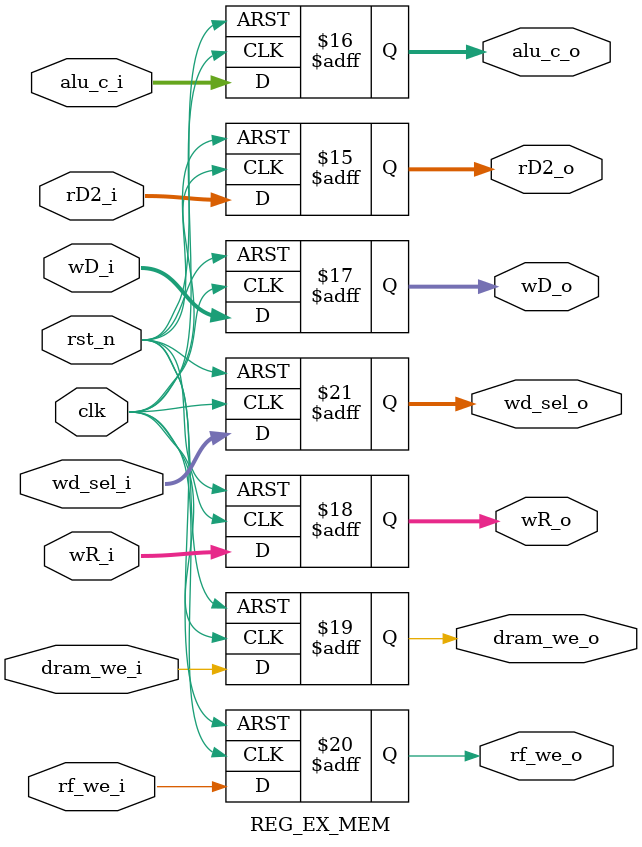
<source format=v>
module REG_EX_MEM (
    input  wire        clk        ,
    input  wire        rst_n      ,

    input  wire [1:0]  wd_sel_i   ,
    output reg  [1:0]  wd_sel_o   ,

    input  wire        rf_we_i    ,
    output reg         rf_we_o    ,

    input  wire        dram_we_i  ,
    output reg         dram_we_o  ,

    input  wire [4:0]  wR_i       ,
    output reg  [4:0]  wR_o       ,

    input  wire [31:0] wD_i       ,
    output reg  [31:0] wD_o       ,

    input  wire [31:0] alu_c_i    ,
    output reg  [31:0] alu_c_o    ,

    input  wire [31:0] rD2_i      ,
    output reg  [31:0] rD2_o
);

always @ (posedge clk or negedge rst_n) begin
    if (~rst_n) wd_sel_o <= 2'b0;
    else        wd_sel_o <= wd_sel_i;
end

always @ (posedge clk or negedge rst_n) begin
    if (~rst_n) rf_we_o <= 1'b0;
    else        rf_we_o <= rf_we_i;
end

always @ (posedge clk or negedge rst_n) begin
    if (~rst_n) dram_we_o <= 1'b0;
    else        dram_we_o <= dram_we_i;
end

always @ (posedge clk or negedge rst_n) begin
    if (~rst_n) wR_o <= 5'b0;
    else        wR_o <= wR_i;
end

always @ (posedge clk or negedge rst_n) begin
    if (~rst_n) wD_o <= 32'b0;
    else        wD_o <= wD_i;
end

always @ (posedge clk or negedge rst_n) begin
    if (~rst_n) alu_c_o <= 32'b0;
    else        alu_c_o <= alu_c_i;
end

always @ (posedge clk or negedge rst_n) begin
    if (~rst_n) rD2_o <= 32'b0;
    else        rD2_o <= rD2_i;
end

endmodule

</source>
